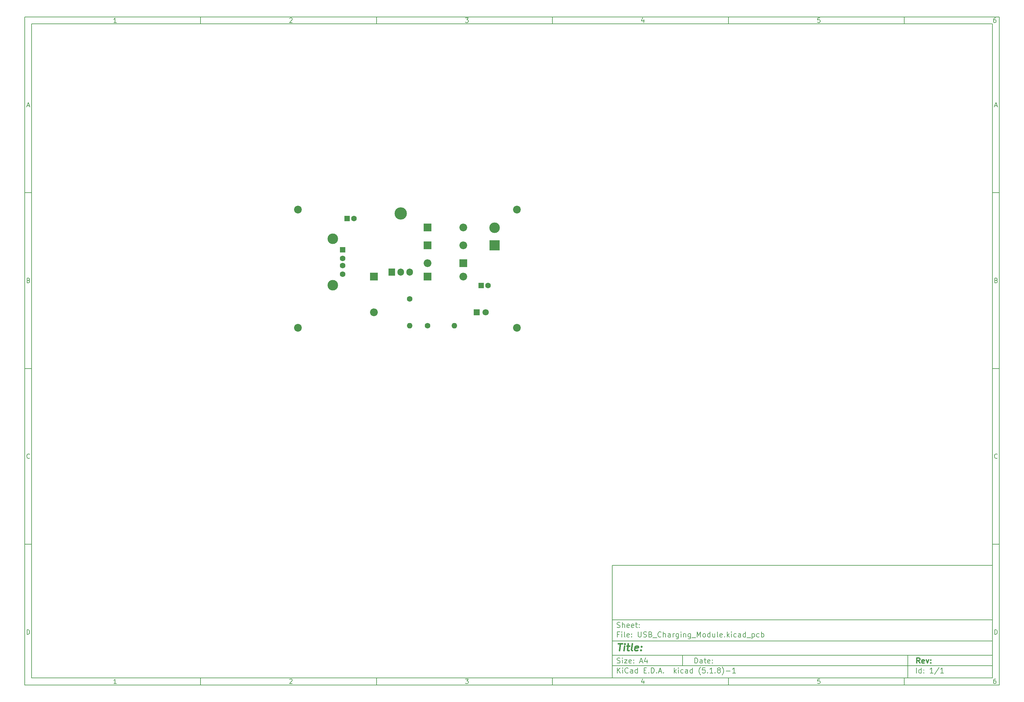
<source format=gbs>
%TF.GenerationSoftware,KiCad,Pcbnew,(5.1.8)-1*%
%TF.CreationDate,2021-07-24T17:40:13+02:00*%
%TF.ProjectId,USB_Charging_Module,5553425f-4368-4617-9267-696e675f4d6f,rev?*%
%TF.SameCoordinates,Original*%
%TF.FileFunction,Soldermask,Bot*%
%TF.FilePolarity,Negative*%
%FSLAX46Y46*%
G04 Gerber Fmt 4.6, Leading zero omitted, Abs format (unit mm)*
G04 Created by KiCad (PCBNEW (5.1.8)-1) date 2021-07-24 17:40:13*
%MOMM*%
%LPD*%
G01*
G04 APERTURE LIST*
%ADD10C,0.100000*%
%ADD11C,0.150000*%
%ADD12C,0.300000*%
%ADD13C,0.400000*%
%ADD14C,1.600000*%
%ADD15R,1.500000X1.600000*%
%ADD16C,3.000000*%
%ADD17C,1.800000*%
%ADD18R,1.800000X1.800000*%
%ADD19C,2.200000*%
%ADD20R,1.600000X1.600000*%
%ADD21R,2.200000X2.200000*%
%ADD22O,2.200000X2.200000*%
%ADD23R,3.000000X3.000000*%
%ADD24O,1.600000X1.600000*%
%ADD25O,3.500000X3.500000*%
%ADD26R,1.905000X2.000000*%
%ADD27O,1.905000X2.000000*%
G04 APERTURE END LIST*
D10*
D11*
X177002200Y-166007200D02*
X177002200Y-198007200D01*
X285002200Y-198007200D01*
X285002200Y-166007200D01*
X177002200Y-166007200D01*
D10*
D11*
X10000000Y-10000000D02*
X10000000Y-200007200D01*
X287002200Y-200007200D01*
X287002200Y-10000000D01*
X10000000Y-10000000D01*
D10*
D11*
X12000000Y-12000000D02*
X12000000Y-198007200D01*
X285002200Y-198007200D01*
X285002200Y-12000000D01*
X12000000Y-12000000D01*
D10*
D11*
X60000000Y-12000000D02*
X60000000Y-10000000D01*
D10*
D11*
X110000000Y-12000000D02*
X110000000Y-10000000D01*
D10*
D11*
X160000000Y-12000000D02*
X160000000Y-10000000D01*
D10*
D11*
X210000000Y-12000000D02*
X210000000Y-10000000D01*
D10*
D11*
X260000000Y-12000000D02*
X260000000Y-10000000D01*
D10*
D11*
X36065476Y-11588095D02*
X35322619Y-11588095D01*
X35694047Y-11588095D02*
X35694047Y-10288095D01*
X35570238Y-10473809D01*
X35446428Y-10597619D01*
X35322619Y-10659523D01*
D10*
D11*
X85322619Y-10411904D02*
X85384523Y-10350000D01*
X85508333Y-10288095D01*
X85817857Y-10288095D01*
X85941666Y-10350000D01*
X86003571Y-10411904D01*
X86065476Y-10535714D01*
X86065476Y-10659523D01*
X86003571Y-10845238D01*
X85260714Y-11588095D01*
X86065476Y-11588095D01*
D10*
D11*
X135260714Y-10288095D02*
X136065476Y-10288095D01*
X135632142Y-10783333D01*
X135817857Y-10783333D01*
X135941666Y-10845238D01*
X136003571Y-10907142D01*
X136065476Y-11030952D01*
X136065476Y-11340476D01*
X136003571Y-11464285D01*
X135941666Y-11526190D01*
X135817857Y-11588095D01*
X135446428Y-11588095D01*
X135322619Y-11526190D01*
X135260714Y-11464285D01*
D10*
D11*
X185941666Y-10721428D02*
X185941666Y-11588095D01*
X185632142Y-10226190D02*
X185322619Y-11154761D01*
X186127380Y-11154761D01*
D10*
D11*
X236003571Y-10288095D02*
X235384523Y-10288095D01*
X235322619Y-10907142D01*
X235384523Y-10845238D01*
X235508333Y-10783333D01*
X235817857Y-10783333D01*
X235941666Y-10845238D01*
X236003571Y-10907142D01*
X236065476Y-11030952D01*
X236065476Y-11340476D01*
X236003571Y-11464285D01*
X235941666Y-11526190D01*
X235817857Y-11588095D01*
X235508333Y-11588095D01*
X235384523Y-11526190D01*
X235322619Y-11464285D01*
D10*
D11*
X285941666Y-10288095D02*
X285694047Y-10288095D01*
X285570238Y-10350000D01*
X285508333Y-10411904D01*
X285384523Y-10597619D01*
X285322619Y-10845238D01*
X285322619Y-11340476D01*
X285384523Y-11464285D01*
X285446428Y-11526190D01*
X285570238Y-11588095D01*
X285817857Y-11588095D01*
X285941666Y-11526190D01*
X286003571Y-11464285D01*
X286065476Y-11340476D01*
X286065476Y-11030952D01*
X286003571Y-10907142D01*
X285941666Y-10845238D01*
X285817857Y-10783333D01*
X285570238Y-10783333D01*
X285446428Y-10845238D01*
X285384523Y-10907142D01*
X285322619Y-11030952D01*
D10*
D11*
X60000000Y-198007200D02*
X60000000Y-200007200D01*
D10*
D11*
X110000000Y-198007200D02*
X110000000Y-200007200D01*
D10*
D11*
X160000000Y-198007200D02*
X160000000Y-200007200D01*
D10*
D11*
X210000000Y-198007200D02*
X210000000Y-200007200D01*
D10*
D11*
X260000000Y-198007200D02*
X260000000Y-200007200D01*
D10*
D11*
X36065476Y-199595295D02*
X35322619Y-199595295D01*
X35694047Y-199595295D02*
X35694047Y-198295295D01*
X35570238Y-198481009D01*
X35446428Y-198604819D01*
X35322619Y-198666723D01*
D10*
D11*
X85322619Y-198419104D02*
X85384523Y-198357200D01*
X85508333Y-198295295D01*
X85817857Y-198295295D01*
X85941666Y-198357200D01*
X86003571Y-198419104D01*
X86065476Y-198542914D01*
X86065476Y-198666723D01*
X86003571Y-198852438D01*
X85260714Y-199595295D01*
X86065476Y-199595295D01*
D10*
D11*
X135260714Y-198295295D02*
X136065476Y-198295295D01*
X135632142Y-198790533D01*
X135817857Y-198790533D01*
X135941666Y-198852438D01*
X136003571Y-198914342D01*
X136065476Y-199038152D01*
X136065476Y-199347676D01*
X136003571Y-199471485D01*
X135941666Y-199533390D01*
X135817857Y-199595295D01*
X135446428Y-199595295D01*
X135322619Y-199533390D01*
X135260714Y-199471485D01*
D10*
D11*
X185941666Y-198728628D02*
X185941666Y-199595295D01*
X185632142Y-198233390D02*
X185322619Y-199161961D01*
X186127380Y-199161961D01*
D10*
D11*
X236003571Y-198295295D02*
X235384523Y-198295295D01*
X235322619Y-198914342D01*
X235384523Y-198852438D01*
X235508333Y-198790533D01*
X235817857Y-198790533D01*
X235941666Y-198852438D01*
X236003571Y-198914342D01*
X236065476Y-199038152D01*
X236065476Y-199347676D01*
X236003571Y-199471485D01*
X235941666Y-199533390D01*
X235817857Y-199595295D01*
X235508333Y-199595295D01*
X235384523Y-199533390D01*
X235322619Y-199471485D01*
D10*
D11*
X285941666Y-198295295D02*
X285694047Y-198295295D01*
X285570238Y-198357200D01*
X285508333Y-198419104D01*
X285384523Y-198604819D01*
X285322619Y-198852438D01*
X285322619Y-199347676D01*
X285384523Y-199471485D01*
X285446428Y-199533390D01*
X285570238Y-199595295D01*
X285817857Y-199595295D01*
X285941666Y-199533390D01*
X286003571Y-199471485D01*
X286065476Y-199347676D01*
X286065476Y-199038152D01*
X286003571Y-198914342D01*
X285941666Y-198852438D01*
X285817857Y-198790533D01*
X285570238Y-198790533D01*
X285446428Y-198852438D01*
X285384523Y-198914342D01*
X285322619Y-199038152D01*
D10*
D11*
X10000000Y-60000000D02*
X12000000Y-60000000D01*
D10*
D11*
X10000000Y-110000000D02*
X12000000Y-110000000D01*
D10*
D11*
X10000000Y-160000000D02*
X12000000Y-160000000D01*
D10*
D11*
X10690476Y-35216666D02*
X11309523Y-35216666D01*
X10566666Y-35588095D02*
X11000000Y-34288095D01*
X11433333Y-35588095D01*
D10*
D11*
X11092857Y-84907142D02*
X11278571Y-84969047D01*
X11340476Y-85030952D01*
X11402380Y-85154761D01*
X11402380Y-85340476D01*
X11340476Y-85464285D01*
X11278571Y-85526190D01*
X11154761Y-85588095D01*
X10659523Y-85588095D01*
X10659523Y-84288095D01*
X11092857Y-84288095D01*
X11216666Y-84350000D01*
X11278571Y-84411904D01*
X11340476Y-84535714D01*
X11340476Y-84659523D01*
X11278571Y-84783333D01*
X11216666Y-84845238D01*
X11092857Y-84907142D01*
X10659523Y-84907142D01*
D10*
D11*
X11402380Y-135464285D02*
X11340476Y-135526190D01*
X11154761Y-135588095D01*
X11030952Y-135588095D01*
X10845238Y-135526190D01*
X10721428Y-135402380D01*
X10659523Y-135278571D01*
X10597619Y-135030952D01*
X10597619Y-134845238D01*
X10659523Y-134597619D01*
X10721428Y-134473809D01*
X10845238Y-134350000D01*
X11030952Y-134288095D01*
X11154761Y-134288095D01*
X11340476Y-134350000D01*
X11402380Y-134411904D01*
D10*
D11*
X10659523Y-185588095D02*
X10659523Y-184288095D01*
X10969047Y-184288095D01*
X11154761Y-184350000D01*
X11278571Y-184473809D01*
X11340476Y-184597619D01*
X11402380Y-184845238D01*
X11402380Y-185030952D01*
X11340476Y-185278571D01*
X11278571Y-185402380D01*
X11154761Y-185526190D01*
X10969047Y-185588095D01*
X10659523Y-185588095D01*
D10*
D11*
X287002200Y-60000000D02*
X285002200Y-60000000D01*
D10*
D11*
X287002200Y-110000000D02*
X285002200Y-110000000D01*
D10*
D11*
X287002200Y-160000000D02*
X285002200Y-160000000D01*
D10*
D11*
X285692676Y-35216666D02*
X286311723Y-35216666D01*
X285568866Y-35588095D02*
X286002200Y-34288095D01*
X286435533Y-35588095D01*
D10*
D11*
X286095057Y-84907142D02*
X286280771Y-84969047D01*
X286342676Y-85030952D01*
X286404580Y-85154761D01*
X286404580Y-85340476D01*
X286342676Y-85464285D01*
X286280771Y-85526190D01*
X286156961Y-85588095D01*
X285661723Y-85588095D01*
X285661723Y-84288095D01*
X286095057Y-84288095D01*
X286218866Y-84350000D01*
X286280771Y-84411904D01*
X286342676Y-84535714D01*
X286342676Y-84659523D01*
X286280771Y-84783333D01*
X286218866Y-84845238D01*
X286095057Y-84907142D01*
X285661723Y-84907142D01*
D10*
D11*
X286404580Y-135464285D02*
X286342676Y-135526190D01*
X286156961Y-135588095D01*
X286033152Y-135588095D01*
X285847438Y-135526190D01*
X285723628Y-135402380D01*
X285661723Y-135278571D01*
X285599819Y-135030952D01*
X285599819Y-134845238D01*
X285661723Y-134597619D01*
X285723628Y-134473809D01*
X285847438Y-134350000D01*
X286033152Y-134288095D01*
X286156961Y-134288095D01*
X286342676Y-134350000D01*
X286404580Y-134411904D01*
D10*
D11*
X285661723Y-185588095D02*
X285661723Y-184288095D01*
X285971247Y-184288095D01*
X286156961Y-184350000D01*
X286280771Y-184473809D01*
X286342676Y-184597619D01*
X286404580Y-184845238D01*
X286404580Y-185030952D01*
X286342676Y-185278571D01*
X286280771Y-185402380D01*
X286156961Y-185526190D01*
X285971247Y-185588095D01*
X285661723Y-185588095D01*
D10*
D11*
X200434342Y-193785771D02*
X200434342Y-192285771D01*
X200791485Y-192285771D01*
X201005771Y-192357200D01*
X201148628Y-192500057D01*
X201220057Y-192642914D01*
X201291485Y-192928628D01*
X201291485Y-193142914D01*
X201220057Y-193428628D01*
X201148628Y-193571485D01*
X201005771Y-193714342D01*
X200791485Y-193785771D01*
X200434342Y-193785771D01*
X202577200Y-193785771D02*
X202577200Y-193000057D01*
X202505771Y-192857200D01*
X202362914Y-192785771D01*
X202077200Y-192785771D01*
X201934342Y-192857200D01*
X202577200Y-193714342D02*
X202434342Y-193785771D01*
X202077200Y-193785771D01*
X201934342Y-193714342D01*
X201862914Y-193571485D01*
X201862914Y-193428628D01*
X201934342Y-193285771D01*
X202077200Y-193214342D01*
X202434342Y-193214342D01*
X202577200Y-193142914D01*
X203077200Y-192785771D02*
X203648628Y-192785771D01*
X203291485Y-192285771D02*
X203291485Y-193571485D01*
X203362914Y-193714342D01*
X203505771Y-193785771D01*
X203648628Y-193785771D01*
X204720057Y-193714342D02*
X204577200Y-193785771D01*
X204291485Y-193785771D01*
X204148628Y-193714342D01*
X204077200Y-193571485D01*
X204077200Y-193000057D01*
X204148628Y-192857200D01*
X204291485Y-192785771D01*
X204577200Y-192785771D01*
X204720057Y-192857200D01*
X204791485Y-193000057D01*
X204791485Y-193142914D01*
X204077200Y-193285771D01*
X205434342Y-193642914D02*
X205505771Y-193714342D01*
X205434342Y-193785771D01*
X205362914Y-193714342D01*
X205434342Y-193642914D01*
X205434342Y-193785771D01*
X205434342Y-192857200D02*
X205505771Y-192928628D01*
X205434342Y-193000057D01*
X205362914Y-192928628D01*
X205434342Y-192857200D01*
X205434342Y-193000057D01*
D10*
D11*
X177002200Y-194507200D02*
X285002200Y-194507200D01*
D10*
D11*
X178434342Y-196585771D02*
X178434342Y-195085771D01*
X179291485Y-196585771D02*
X178648628Y-195728628D01*
X179291485Y-195085771D02*
X178434342Y-195942914D01*
X179934342Y-196585771D02*
X179934342Y-195585771D01*
X179934342Y-195085771D02*
X179862914Y-195157200D01*
X179934342Y-195228628D01*
X180005771Y-195157200D01*
X179934342Y-195085771D01*
X179934342Y-195228628D01*
X181505771Y-196442914D02*
X181434342Y-196514342D01*
X181220057Y-196585771D01*
X181077200Y-196585771D01*
X180862914Y-196514342D01*
X180720057Y-196371485D01*
X180648628Y-196228628D01*
X180577200Y-195942914D01*
X180577200Y-195728628D01*
X180648628Y-195442914D01*
X180720057Y-195300057D01*
X180862914Y-195157200D01*
X181077200Y-195085771D01*
X181220057Y-195085771D01*
X181434342Y-195157200D01*
X181505771Y-195228628D01*
X182791485Y-196585771D02*
X182791485Y-195800057D01*
X182720057Y-195657200D01*
X182577200Y-195585771D01*
X182291485Y-195585771D01*
X182148628Y-195657200D01*
X182791485Y-196514342D02*
X182648628Y-196585771D01*
X182291485Y-196585771D01*
X182148628Y-196514342D01*
X182077200Y-196371485D01*
X182077200Y-196228628D01*
X182148628Y-196085771D01*
X182291485Y-196014342D01*
X182648628Y-196014342D01*
X182791485Y-195942914D01*
X184148628Y-196585771D02*
X184148628Y-195085771D01*
X184148628Y-196514342D02*
X184005771Y-196585771D01*
X183720057Y-196585771D01*
X183577200Y-196514342D01*
X183505771Y-196442914D01*
X183434342Y-196300057D01*
X183434342Y-195871485D01*
X183505771Y-195728628D01*
X183577200Y-195657200D01*
X183720057Y-195585771D01*
X184005771Y-195585771D01*
X184148628Y-195657200D01*
X186005771Y-195800057D02*
X186505771Y-195800057D01*
X186720057Y-196585771D02*
X186005771Y-196585771D01*
X186005771Y-195085771D01*
X186720057Y-195085771D01*
X187362914Y-196442914D02*
X187434342Y-196514342D01*
X187362914Y-196585771D01*
X187291485Y-196514342D01*
X187362914Y-196442914D01*
X187362914Y-196585771D01*
X188077200Y-196585771D02*
X188077200Y-195085771D01*
X188434342Y-195085771D01*
X188648628Y-195157200D01*
X188791485Y-195300057D01*
X188862914Y-195442914D01*
X188934342Y-195728628D01*
X188934342Y-195942914D01*
X188862914Y-196228628D01*
X188791485Y-196371485D01*
X188648628Y-196514342D01*
X188434342Y-196585771D01*
X188077200Y-196585771D01*
X189577200Y-196442914D02*
X189648628Y-196514342D01*
X189577200Y-196585771D01*
X189505771Y-196514342D01*
X189577200Y-196442914D01*
X189577200Y-196585771D01*
X190220057Y-196157200D02*
X190934342Y-196157200D01*
X190077200Y-196585771D02*
X190577200Y-195085771D01*
X191077200Y-196585771D01*
X191577200Y-196442914D02*
X191648628Y-196514342D01*
X191577200Y-196585771D01*
X191505771Y-196514342D01*
X191577200Y-196442914D01*
X191577200Y-196585771D01*
X194577200Y-196585771D02*
X194577200Y-195085771D01*
X194720057Y-196014342D02*
X195148628Y-196585771D01*
X195148628Y-195585771D02*
X194577200Y-196157200D01*
X195791485Y-196585771D02*
X195791485Y-195585771D01*
X195791485Y-195085771D02*
X195720057Y-195157200D01*
X195791485Y-195228628D01*
X195862914Y-195157200D01*
X195791485Y-195085771D01*
X195791485Y-195228628D01*
X197148628Y-196514342D02*
X197005771Y-196585771D01*
X196720057Y-196585771D01*
X196577200Y-196514342D01*
X196505771Y-196442914D01*
X196434342Y-196300057D01*
X196434342Y-195871485D01*
X196505771Y-195728628D01*
X196577200Y-195657200D01*
X196720057Y-195585771D01*
X197005771Y-195585771D01*
X197148628Y-195657200D01*
X198434342Y-196585771D02*
X198434342Y-195800057D01*
X198362914Y-195657200D01*
X198220057Y-195585771D01*
X197934342Y-195585771D01*
X197791485Y-195657200D01*
X198434342Y-196514342D02*
X198291485Y-196585771D01*
X197934342Y-196585771D01*
X197791485Y-196514342D01*
X197720057Y-196371485D01*
X197720057Y-196228628D01*
X197791485Y-196085771D01*
X197934342Y-196014342D01*
X198291485Y-196014342D01*
X198434342Y-195942914D01*
X199791485Y-196585771D02*
X199791485Y-195085771D01*
X199791485Y-196514342D02*
X199648628Y-196585771D01*
X199362914Y-196585771D01*
X199220057Y-196514342D01*
X199148628Y-196442914D01*
X199077200Y-196300057D01*
X199077200Y-195871485D01*
X199148628Y-195728628D01*
X199220057Y-195657200D01*
X199362914Y-195585771D01*
X199648628Y-195585771D01*
X199791485Y-195657200D01*
X202077200Y-197157200D02*
X202005771Y-197085771D01*
X201862914Y-196871485D01*
X201791485Y-196728628D01*
X201720057Y-196514342D01*
X201648628Y-196157200D01*
X201648628Y-195871485D01*
X201720057Y-195514342D01*
X201791485Y-195300057D01*
X201862914Y-195157200D01*
X202005771Y-194942914D01*
X202077200Y-194871485D01*
X203362914Y-195085771D02*
X202648628Y-195085771D01*
X202577200Y-195800057D01*
X202648628Y-195728628D01*
X202791485Y-195657200D01*
X203148628Y-195657200D01*
X203291485Y-195728628D01*
X203362914Y-195800057D01*
X203434342Y-195942914D01*
X203434342Y-196300057D01*
X203362914Y-196442914D01*
X203291485Y-196514342D01*
X203148628Y-196585771D01*
X202791485Y-196585771D01*
X202648628Y-196514342D01*
X202577200Y-196442914D01*
X204077200Y-196442914D02*
X204148628Y-196514342D01*
X204077200Y-196585771D01*
X204005771Y-196514342D01*
X204077200Y-196442914D01*
X204077200Y-196585771D01*
X205577200Y-196585771D02*
X204720057Y-196585771D01*
X205148628Y-196585771D02*
X205148628Y-195085771D01*
X205005771Y-195300057D01*
X204862914Y-195442914D01*
X204720057Y-195514342D01*
X206220057Y-196442914D02*
X206291485Y-196514342D01*
X206220057Y-196585771D01*
X206148628Y-196514342D01*
X206220057Y-196442914D01*
X206220057Y-196585771D01*
X207148628Y-195728628D02*
X207005771Y-195657200D01*
X206934342Y-195585771D01*
X206862914Y-195442914D01*
X206862914Y-195371485D01*
X206934342Y-195228628D01*
X207005771Y-195157200D01*
X207148628Y-195085771D01*
X207434342Y-195085771D01*
X207577200Y-195157200D01*
X207648628Y-195228628D01*
X207720057Y-195371485D01*
X207720057Y-195442914D01*
X207648628Y-195585771D01*
X207577200Y-195657200D01*
X207434342Y-195728628D01*
X207148628Y-195728628D01*
X207005771Y-195800057D01*
X206934342Y-195871485D01*
X206862914Y-196014342D01*
X206862914Y-196300057D01*
X206934342Y-196442914D01*
X207005771Y-196514342D01*
X207148628Y-196585771D01*
X207434342Y-196585771D01*
X207577200Y-196514342D01*
X207648628Y-196442914D01*
X207720057Y-196300057D01*
X207720057Y-196014342D01*
X207648628Y-195871485D01*
X207577200Y-195800057D01*
X207434342Y-195728628D01*
X208220057Y-197157200D02*
X208291485Y-197085771D01*
X208434342Y-196871485D01*
X208505771Y-196728628D01*
X208577200Y-196514342D01*
X208648628Y-196157200D01*
X208648628Y-195871485D01*
X208577200Y-195514342D01*
X208505771Y-195300057D01*
X208434342Y-195157200D01*
X208291485Y-194942914D01*
X208220057Y-194871485D01*
X209362914Y-196014342D02*
X210505771Y-196014342D01*
X212005771Y-196585771D02*
X211148628Y-196585771D01*
X211577200Y-196585771D02*
X211577200Y-195085771D01*
X211434342Y-195300057D01*
X211291485Y-195442914D01*
X211148628Y-195514342D01*
D10*
D11*
X177002200Y-191507200D02*
X285002200Y-191507200D01*
D10*
D12*
X264411485Y-193785771D02*
X263911485Y-193071485D01*
X263554342Y-193785771D02*
X263554342Y-192285771D01*
X264125771Y-192285771D01*
X264268628Y-192357200D01*
X264340057Y-192428628D01*
X264411485Y-192571485D01*
X264411485Y-192785771D01*
X264340057Y-192928628D01*
X264268628Y-193000057D01*
X264125771Y-193071485D01*
X263554342Y-193071485D01*
X265625771Y-193714342D02*
X265482914Y-193785771D01*
X265197200Y-193785771D01*
X265054342Y-193714342D01*
X264982914Y-193571485D01*
X264982914Y-193000057D01*
X265054342Y-192857200D01*
X265197200Y-192785771D01*
X265482914Y-192785771D01*
X265625771Y-192857200D01*
X265697200Y-193000057D01*
X265697200Y-193142914D01*
X264982914Y-193285771D01*
X266197200Y-192785771D02*
X266554342Y-193785771D01*
X266911485Y-192785771D01*
X267482914Y-193642914D02*
X267554342Y-193714342D01*
X267482914Y-193785771D01*
X267411485Y-193714342D01*
X267482914Y-193642914D01*
X267482914Y-193785771D01*
X267482914Y-192857200D02*
X267554342Y-192928628D01*
X267482914Y-193000057D01*
X267411485Y-192928628D01*
X267482914Y-192857200D01*
X267482914Y-193000057D01*
D10*
D11*
X178362914Y-193714342D02*
X178577200Y-193785771D01*
X178934342Y-193785771D01*
X179077200Y-193714342D01*
X179148628Y-193642914D01*
X179220057Y-193500057D01*
X179220057Y-193357200D01*
X179148628Y-193214342D01*
X179077200Y-193142914D01*
X178934342Y-193071485D01*
X178648628Y-193000057D01*
X178505771Y-192928628D01*
X178434342Y-192857200D01*
X178362914Y-192714342D01*
X178362914Y-192571485D01*
X178434342Y-192428628D01*
X178505771Y-192357200D01*
X178648628Y-192285771D01*
X179005771Y-192285771D01*
X179220057Y-192357200D01*
X179862914Y-193785771D02*
X179862914Y-192785771D01*
X179862914Y-192285771D02*
X179791485Y-192357200D01*
X179862914Y-192428628D01*
X179934342Y-192357200D01*
X179862914Y-192285771D01*
X179862914Y-192428628D01*
X180434342Y-192785771D02*
X181220057Y-192785771D01*
X180434342Y-193785771D01*
X181220057Y-193785771D01*
X182362914Y-193714342D02*
X182220057Y-193785771D01*
X181934342Y-193785771D01*
X181791485Y-193714342D01*
X181720057Y-193571485D01*
X181720057Y-193000057D01*
X181791485Y-192857200D01*
X181934342Y-192785771D01*
X182220057Y-192785771D01*
X182362914Y-192857200D01*
X182434342Y-193000057D01*
X182434342Y-193142914D01*
X181720057Y-193285771D01*
X183077200Y-193642914D02*
X183148628Y-193714342D01*
X183077200Y-193785771D01*
X183005771Y-193714342D01*
X183077200Y-193642914D01*
X183077200Y-193785771D01*
X183077200Y-192857200D02*
X183148628Y-192928628D01*
X183077200Y-193000057D01*
X183005771Y-192928628D01*
X183077200Y-192857200D01*
X183077200Y-193000057D01*
X184862914Y-193357200D02*
X185577200Y-193357200D01*
X184720057Y-193785771D02*
X185220057Y-192285771D01*
X185720057Y-193785771D01*
X186862914Y-192785771D02*
X186862914Y-193785771D01*
X186505771Y-192214342D02*
X186148628Y-193285771D01*
X187077200Y-193285771D01*
D10*
D11*
X263434342Y-196585771D02*
X263434342Y-195085771D01*
X264791485Y-196585771D02*
X264791485Y-195085771D01*
X264791485Y-196514342D02*
X264648628Y-196585771D01*
X264362914Y-196585771D01*
X264220057Y-196514342D01*
X264148628Y-196442914D01*
X264077200Y-196300057D01*
X264077200Y-195871485D01*
X264148628Y-195728628D01*
X264220057Y-195657200D01*
X264362914Y-195585771D01*
X264648628Y-195585771D01*
X264791485Y-195657200D01*
X265505771Y-196442914D02*
X265577200Y-196514342D01*
X265505771Y-196585771D01*
X265434342Y-196514342D01*
X265505771Y-196442914D01*
X265505771Y-196585771D01*
X265505771Y-195657200D02*
X265577200Y-195728628D01*
X265505771Y-195800057D01*
X265434342Y-195728628D01*
X265505771Y-195657200D01*
X265505771Y-195800057D01*
X268148628Y-196585771D02*
X267291485Y-196585771D01*
X267720057Y-196585771D02*
X267720057Y-195085771D01*
X267577200Y-195300057D01*
X267434342Y-195442914D01*
X267291485Y-195514342D01*
X269862914Y-195014342D02*
X268577200Y-196942914D01*
X271148628Y-196585771D02*
X270291485Y-196585771D01*
X270720057Y-196585771D02*
X270720057Y-195085771D01*
X270577200Y-195300057D01*
X270434342Y-195442914D01*
X270291485Y-195514342D01*
D10*
D11*
X177002200Y-187507200D02*
X285002200Y-187507200D01*
D10*
D13*
X178714580Y-188211961D02*
X179857438Y-188211961D01*
X179036009Y-190211961D02*
X179286009Y-188211961D01*
X180274104Y-190211961D02*
X180440771Y-188878628D01*
X180524104Y-188211961D02*
X180416961Y-188307200D01*
X180500295Y-188402438D01*
X180607438Y-188307200D01*
X180524104Y-188211961D01*
X180500295Y-188402438D01*
X181107438Y-188878628D02*
X181869342Y-188878628D01*
X181476485Y-188211961D02*
X181262200Y-189926247D01*
X181333628Y-190116723D01*
X181512200Y-190211961D01*
X181702676Y-190211961D01*
X182655057Y-190211961D02*
X182476485Y-190116723D01*
X182405057Y-189926247D01*
X182619342Y-188211961D01*
X184190771Y-190116723D02*
X183988390Y-190211961D01*
X183607438Y-190211961D01*
X183428866Y-190116723D01*
X183357438Y-189926247D01*
X183452676Y-189164342D01*
X183571723Y-188973866D01*
X183774104Y-188878628D01*
X184155057Y-188878628D01*
X184333628Y-188973866D01*
X184405057Y-189164342D01*
X184381247Y-189354819D01*
X183405057Y-189545295D01*
X185155057Y-190021485D02*
X185238390Y-190116723D01*
X185131247Y-190211961D01*
X185047914Y-190116723D01*
X185155057Y-190021485D01*
X185131247Y-190211961D01*
X185286009Y-188973866D02*
X185369342Y-189069104D01*
X185262200Y-189164342D01*
X185178866Y-189069104D01*
X185286009Y-188973866D01*
X185262200Y-189164342D01*
D10*
D11*
X178934342Y-185600057D02*
X178434342Y-185600057D01*
X178434342Y-186385771D02*
X178434342Y-184885771D01*
X179148628Y-184885771D01*
X179720057Y-186385771D02*
X179720057Y-185385771D01*
X179720057Y-184885771D02*
X179648628Y-184957200D01*
X179720057Y-185028628D01*
X179791485Y-184957200D01*
X179720057Y-184885771D01*
X179720057Y-185028628D01*
X180648628Y-186385771D02*
X180505771Y-186314342D01*
X180434342Y-186171485D01*
X180434342Y-184885771D01*
X181791485Y-186314342D02*
X181648628Y-186385771D01*
X181362914Y-186385771D01*
X181220057Y-186314342D01*
X181148628Y-186171485D01*
X181148628Y-185600057D01*
X181220057Y-185457200D01*
X181362914Y-185385771D01*
X181648628Y-185385771D01*
X181791485Y-185457200D01*
X181862914Y-185600057D01*
X181862914Y-185742914D01*
X181148628Y-185885771D01*
X182505771Y-186242914D02*
X182577200Y-186314342D01*
X182505771Y-186385771D01*
X182434342Y-186314342D01*
X182505771Y-186242914D01*
X182505771Y-186385771D01*
X182505771Y-185457200D02*
X182577200Y-185528628D01*
X182505771Y-185600057D01*
X182434342Y-185528628D01*
X182505771Y-185457200D01*
X182505771Y-185600057D01*
X184362914Y-184885771D02*
X184362914Y-186100057D01*
X184434342Y-186242914D01*
X184505771Y-186314342D01*
X184648628Y-186385771D01*
X184934342Y-186385771D01*
X185077200Y-186314342D01*
X185148628Y-186242914D01*
X185220057Y-186100057D01*
X185220057Y-184885771D01*
X185862914Y-186314342D02*
X186077200Y-186385771D01*
X186434342Y-186385771D01*
X186577200Y-186314342D01*
X186648628Y-186242914D01*
X186720057Y-186100057D01*
X186720057Y-185957200D01*
X186648628Y-185814342D01*
X186577200Y-185742914D01*
X186434342Y-185671485D01*
X186148628Y-185600057D01*
X186005771Y-185528628D01*
X185934342Y-185457200D01*
X185862914Y-185314342D01*
X185862914Y-185171485D01*
X185934342Y-185028628D01*
X186005771Y-184957200D01*
X186148628Y-184885771D01*
X186505771Y-184885771D01*
X186720057Y-184957200D01*
X187862914Y-185600057D02*
X188077200Y-185671485D01*
X188148628Y-185742914D01*
X188220057Y-185885771D01*
X188220057Y-186100057D01*
X188148628Y-186242914D01*
X188077200Y-186314342D01*
X187934342Y-186385771D01*
X187362914Y-186385771D01*
X187362914Y-184885771D01*
X187862914Y-184885771D01*
X188005771Y-184957200D01*
X188077200Y-185028628D01*
X188148628Y-185171485D01*
X188148628Y-185314342D01*
X188077200Y-185457200D01*
X188005771Y-185528628D01*
X187862914Y-185600057D01*
X187362914Y-185600057D01*
X188505771Y-186528628D02*
X189648628Y-186528628D01*
X190862914Y-186242914D02*
X190791485Y-186314342D01*
X190577200Y-186385771D01*
X190434342Y-186385771D01*
X190220057Y-186314342D01*
X190077200Y-186171485D01*
X190005771Y-186028628D01*
X189934342Y-185742914D01*
X189934342Y-185528628D01*
X190005771Y-185242914D01*
X190077200Y-185100057D01*
X190220057Y-184957200D01*
X190434342Y-184885771D01*
X190577200Y-184885771D01*
X190791485Y-184957200D01*
X190862914Y-185028628D01*
X191505771Y-186385771D02*
X191505771Y-184885771D01*
X192148628Y-186385771D02*
X192148628Y-185600057D01*
X192077200Y-185457200D01*
X191934342Y-185385771D01*
X191720057Y-185385771D01*
X191577200Y-185457200D01*
X191505771Y-185528628D01*
X193505771Y-186385771D02*
X193505771Y-185600057D01*
X193434342Y-185457200D01*
X193291485Y-185385771D01*
X193005771Y-185385771D01*
X192862914Y-185457200D01*
X193505771Y-186314342D02*
X193362914Y-186385771D01*
X193005771Y-186385771D01*
X192862914Y-186314342D01*
X192791485Y-186171485D01*
X192791485Y-186028628D01*
X192862914Y-185885771D01*
X193005771Y-185814342D01*
X193362914Y-185814342D01*
X193505771Y-185742914D01*
X194220057Y-186385771D02*
X194220057Y-185385771D01*
X194220057Y-185671485D02*
X194291485Y-185528628D01*
X194362914Y-185457200D01*
X194505771Y-185385771D01*
X194648628Y-185385771D01*
X195791485Y-185385771D02*
X195791485Y-186600057D01*
X195720057Y-186742914D01*
X195648628Y-186814342D01*
X195505771Y-186885771D01*
X195291485Y-186885771D01*
X195148628Y-186814342D01*
X195791485Y-186314342D02*
X195648628Y-186385771D01*
X195362914Y-186385771D01*
X195220057Y-186314342D01*
X195148628Y-186242914D01*
X195077200Y-186100057D01*
X195077200Y-185671485D01*
X195148628Y-185528628D01*
X195220057Y-185457200D01*
X195362914Y-185385771D01*
X195648628Y-185385771D01*
X195791485Y-185457200D01*
X196505771Y-186385771D02*
X196505771Y-185385771D01*
X196505771Y-184885771D02*
X196434342Y-184957200D01*
X196505771Y-185028628D01*
X196577200Y-184957200D01*
X196505771Y-184885771D01*
X196505771Y-185028628D01*
X197220057Y-185385771D02*
X197220057Y-186385771D01*
X197220057Y-185528628D02*
X197291485Y-185457200D01*
X197434342Y-185385771D01*
X197648628Y-185385771D01*
X197791485Y-185457200D01*
X197862914Y-185600057D01*
X197862914Y-186385771D01*
X199220057Y-185385771D02*
X199220057Y-186600057D01*
X199148628Y-186742914D01*
X199077200Y-186814342D01*
X198934342Y-186885771D01*
X198720057Y-186885771D01*
X198577200Y-186814342D01*
X199220057Y-186314342D02*
X199077200Y-186385771D01*
X198791485Y-186385771D01*
X198648628Y-186314342D01*
X198577200Y-186242914D01*
X198505771Y-186100057D01*
X198505771Y-185671485D01*
X198577200Y-185528628D01*
X198648628Y-185457200D01*
X198791485Y-185385771D01*
X199077200Y-185385771D01*
X199220057Y-185457200D01*
X199577200Y-186528628D02*
X200720057Y-186528628D01*
X201077200Y-186385771D02*
X201077200Y-184885771D01*
X201577200Y-185957200D01*
X202077200Y-184885771D01*
X202077200Y-186385771D01*
X203005771Y-186385771D02*
X202862914Y-186314342D01*
X202791485Y-186242914D01*
X202720057Y-186100057D01*
X202720057Y-185671485D01*
X202791485Y-185528628D01*
X202862914Y-185457200D01*
X203005771Y-185385771D01*
X203220057Y-185385771D01*
X203362914Y-185457200D01*
X203434342Y-185528628D01*
X203505771Y-185671485D01*
X203505771Y-186100057D01*
X203434342Y-186242914D01*
X203362914Y-186314342D01*
X203220057Y-186385771D01*
X203005771Y-186385771D01*
X204791485Y-186385771D02*
X204791485Y-184885771D01*
X204791485Y-186314342D02*
X204648628Y-186385771D01*
X204362914Y-186385771D01*
X204220057Y-186314342D01*
X204148628Y-186242914D01*
X204077200Y-186100057D01*
X204077200Y-185671485D01*
X204148628Y-185528628D01*
X204220057Y-185457200D01*
X204362914Y-185385771D01*
X204648628Y-185385771D01*
X204791485Y-185457200D01*
X206148628Y-185385771D02*
X206148628Y-186385771D01*
X205505771Y-185385771D02*
X205505771Y-186171485D01*
X205577200Y-186314342D01*
X205720057Y-186385771D01*
X205934342Y-186385771D01*
X206077200Y-186314342D01*
X206148628Y-186242914D01*
X207077200Y-186385771D02*
X206934342Y-186314342D01*
X206862914Y-186171485D01*
X206862914Y-184885771D01*
X208220057Y-186314342D02*
X208077200Y-186385771D01*
X207791485Y-186385771D01*
X207648628Y-186314342D01*
X207577200Y-186171485D01*
X207577200Y-185600057D01*
X207648628Y-185457200D01*
X207791485Y-185385771D01*
X208077200Y-185385771D01*
X208220057Y-185457200D01*
X208291485Y-185600057D01*
X208291485Y-185742914D01*
X207577200Y-185885771D01*
X208934342Y-186242914D02*
X209005771Y-186314342D01*
X208934342Y-186385771D01*
X208862914Y-186314342D01*
X208934342Y-186242914D01*
X208934342Y-186385771D01*
X209648628Y-186385771D02*
X209648628Y-184885771D01*
X209791485Y-185814342D02*
X210220057Y-186385771D01*
X210220057Y-185385771D02*
X209648628Y-185957200D01*
X210862914Y-186385771D02*
X210862914Y-185385771D01*
X210862914Y-184885771D02*
X210791485Y-184957200D01*
X210862914Y-185028628D01*
X210934342Y-184957200D01*
X210862914Y-184885771D01*
X210862914Y-185028628D01*
X212220057Y-186314342D02*
X212077200Y-186385771D01*
X211791485Y-186385771D01*
X211648628Y-186314342D01*
X211577200Y-186242914D01*
X211505771Y-186100057D01*
X211505771Y-185671485D01*
X211577200Y-185528628D01*
X211648628Y-185457200D01*
X211791485Y-185385771D01*
X212077200Y-185385771D01*
X212220057Y-185457200D01*
X213505771Y-186385771D02*
X213505771Y-185600057D01*
X213434342Y-185457200D01*
X213291485Y-185385771D01*
X213005771Y-185385771D01*
X212862914Y-185457200D01*
X213505771Y-186314342D02*
X213362914Y-186385771D01*
X213005771Y-186385771D01*
X212862914Y-186314342D01*
X212791485Y-186171485D01*
X212791485Y-186028628D01*
X212862914Y-185885771D01*
X213005771Y-185814342D01*
X213362914Y-185814342D01*
X213505771Y-185742914D01*
X214862914Y-186385771D02*
X214862914Y-184885771D01*
X214862914Y-186314342D02*
X214720057Y-186385771D01*
X214434342Y-186385771D01*
X214291485Y-186314342D01*
X214220057Y-186242914D01*
X214148628Y-186100057D01*
X214148628Y-185671485D01*
X214220057Y-185528628D01*
X214291485Y-185457200D01*
X214434342Y-185385771D01*
X214720057Y-185385771D01*
X214862914Y-185457200D01*
X215220057Y-186528628D02*
X216362914Y-186528628D01*
X216720057Y-185385771D02*
X216720057Y-186885771D01*
X216720057Y-185457200D02*
X216862914Y-185385771D01*
X217148628Y-185385771D01*
X217291485Y-185457200D01*
X217362914Y-185528628D01*
X217434342Y-185671485D01*
X217434342Y-186100057D01*
X217362914Y-186242914D01*
X217291485Y-186314342D01*
X217148628Y-186385771D01*
X216862914Y-186385771D01*
X216720057Y-186314342D01*
X218720057Y-186314342D02*
X218577200Y-186385771D01*
X218291485Y-186385771D01*
X218148628Y-186314342D01*
X218077200Y-186242914D01*
X218005771Y-186100057D01*
X218005771Y-185671485D01*
X218077200Y-185528628D01*
X218148628Y-185457200D01*
X218291485Y-185385771D01*
X218577200Y-185385771D01*
X218720057Y-185457200D01*
X219362914Y-186385771D02*
X219362914Y-184885771D01*
X219362914Y-185457200D02*
X219505771Y-185385771D01*
X219791485Y-185385771D01*
X219934342Y-185457200D01*
X220005771Y-185528628D01*
X220077200Y-185671485D01*
X220077200Y-186100057D01*
X220005771Y-186242914D01*
X219934342Y-186314342D01*
X219791485Y-186385771D01*
X219505771Y-186385771D01*
X219362914Y-186314342D01*
D10*
D11*
X177002200Y-181507200D02*
X285002200Y-181507200D01*
D10*
D11*
X178362914Y-183614342D02*
X178577200Y-183685771D01*
X178934342Y-183685771D01*
X179077200Y-183614342D01*
X179148628Y-183542914D01*
X179220057Y-183400057D01*
X179220057Y-183257200D01*
X179148628Y-183114342D01*
X179077200Y-183042914D01*
X178934342Y-182971485D01*
X178648628Y-182900057D01*
X178505771Y-182828628D01*
X178434342Y-182757200D01*
X178362914Y-182614342D01*
X178362914Y-182471485D01*
X178434342Y-182328628D01*
X178505771Y-182257200D01*
X178648628Y-182185771D01*
X179005771Y-182185771D01*
X179220057Y-182257200D01*
X179862914Y-183685771D02*
X179862914Y-182185771D01*
X180505771Y-183685771D02*
X180505771Y-182900057D01*
X180434342Y-182757200D01*
X180291485Y-182685771D01*
X180077200Y-182685771D01*
X179934342Y-182757200D01*
X179862914Y-182828628D01*
X181791485Y-183614342D02*
X181648628Y-183685771D01*
X181362914Y-183685771D01*
X181220057Y-183614342D01*
X181148628Y-183471485D01*
X181148628Y-182900057D01*
X181220057Y-182757200D01*
X181362914Y-182685771D01*
X181648628Y-182685771D01*
X181791485Y-182757200D01*
X181862914Y-182900057D01*
X181862914Y-183042914D01*
X181148628Y-183185771D01*
X183077200Y-183614342D02*
X182934342Y-183685771D01*
X182648628Y-183685771D01*
X182505771Y-183614342D01*
X182434342Y-183471485D01*
X182434342Y-182900057D01*
X182505771Y-182757200D01*
X182648628Y-182685771D01*
X182934342Y-182685771D01*
X183077200Y-182757200D01*
X183148628Y-182900057D01*
X183148628Y-183042914D01*
X182434342Y-183185771D01*
X183577200Y-182685771D02*
X184148628Y-182685771D01*
X183791485Y-182185771D02*
X183791485Y-183471485D01*
X183862914Y-183614342D01*
X184005771Y-183685771D01*
X184148628Y-183685771D01*
X184648628Y-183542914D02*
X184720057Y-183614342D01*
X184648628Y-183685771D01*
X184577200Y-183614342D01*
X184648628Y-183542914D01*
X184648628Y-183685771D01*
X184648628Y-182757200D02*
X184720057Y-182828628D01*
X184648628Y-182900057D01*
X184577200Y-182828628D01*
X184648628Y-182757200D01*
X184648628Y-182900057D01*
D10*
D11*
X197002200Y-191507200D02*
X197002200Y-194507200D01*
D10*
D11*
X261002200Y-191507200D02*
X261002200Y-198007200D01*
D14*
%TO.C,J2*%
X100320000Y-83200000D03*
X100320000Y-80700000D03*
X100320000Y-78700000D03*
D15*
X100320000Y-76200000D03*
D16*
X97610000Y-86270000D03*
X97610000Y-73130000D03*
%TD*%
D17*
%TO.C,D6*%
X140960000Y-93980000D03*
D18*
X138420000Y-93980000D03*
%TD*%
D19*
%TO.C,REF\u002A\u002A*%
X149850000Y-98420000D03*
%TD*%
%TO.C,REF\u002A\u002A*%
X87630000Y-98420000D03*
%TD*%
%TO.C,REF\u002A\u002A*%
X149850000Y-64770000D03*
%TD*%
%TO.C,REF\u002A\u002A*%
X87630000Y-64770000D03*
%TD*%
D20*
%TO.C,C1*%
X101590000Y-67310000D03*
D14*
X103590000Y-67310000D03*
%TD*%
%TO.C,C2*%
X141690000Y-86360000D03*
D20*
X139690000Y-86360000D03*
%TD*%
D21*
%TO.C,D1*%
X124450000Y-83820000D03*
D22*
X134610000Y-83820000D03*
%TD*%
%TO.C,D2*%
X124450000Y-80010000D03*
D21*
X134610000Y-80010000D03*
%TD*%
%TO.C,D3*%
X124450000Y-69850000D03*
D22*
X134610000Y-69850000D03*
%TD*%
%TO.C,D4*%
X134610000Y-74930000D03*
D21*
X124450000Y-74930000D03*
%TD*%
%TO.C,D5*%
X109210000Y-83820000D03*
D22*
X109210000Y-93980000D03*
%TD*%
D23*
%TO.C,J1*%
X143500000Y-74930000D03*
D16*
X143500000Y-69930000D03*
%TD*%
D14*
%TO.C,R1*%
X124450000Y-97790000D03*
D24*
X132070000Y-97790000D03*
%TD*%
%TO.C,R2*%
X119370000Y-97790000D03*
D14*
X119370000Y-90170000D03*
%TD*%
D25*
%TO.C,U1*%
X116830000Y-65890000D03*
D26*
X114290000Y-82550000D03*
D27*
X116830000Y-82550000D03*
X119370000Y-82550000D03*
%TD*%
M02*

</source>
